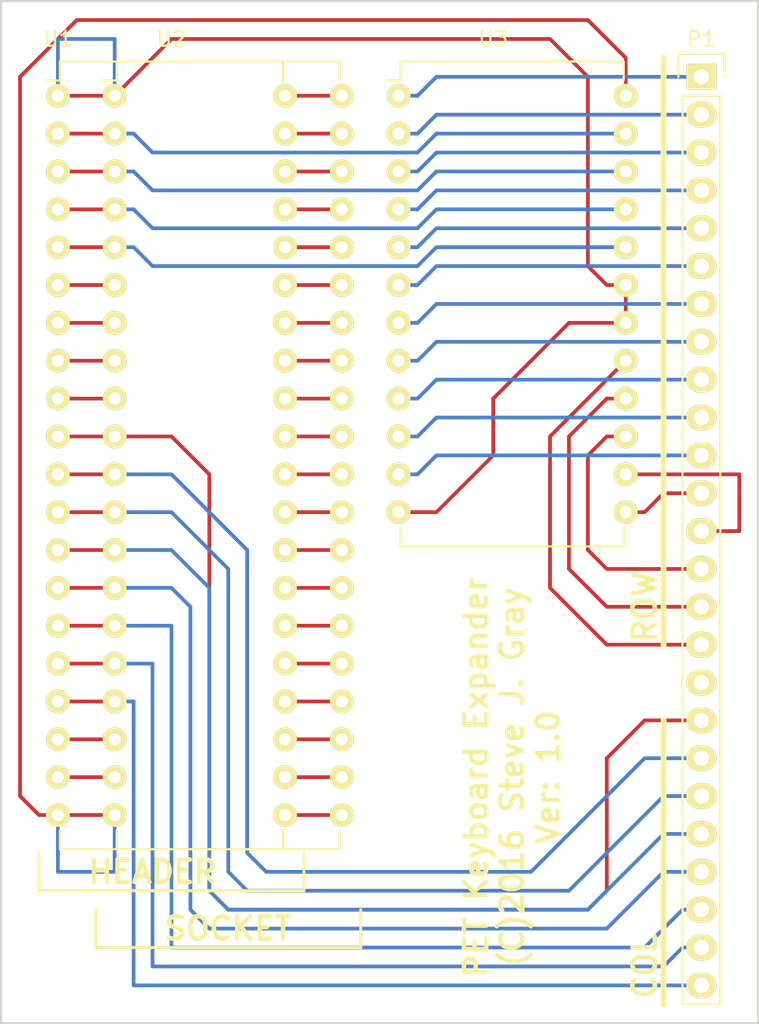
<source format=kicad_pcb>
(kicad_pcb (version 4) (host pcbnew 4.0.2-stable)

  (general
    (links 72)
    (no_connects 0)
    (area 58.344999 39.294999 109.295001 108.025001)
    (thickness 1.6)
    (drawings 18)
    (tracks 193)
    (zones 0)
    (modules 4)
    (nets 57)
  )

  (page A4)
  (layers
    (0 F.Cu signal)
    (31 B.Cu signal)
    (32 B.Adhes user hide)
    (33 F.Adhes user hide)
    (34 B.Paste user hide)
    (35 F.Paste user hide)
    (36 B.SilkS user hide)
    (37 F.SilkS user)
    (38 B.Mask user hide)
    (39 F.Mask user hide)
    (40 Dwgs.User user hide)
    (41 Cmts.User user hide)
    (42 Eco1.User user hide)
    (43 Eco2.User user hide)
    (44 Edge.Cuts user)
    (45 Margin user hide)
    (46 B.CrtYd user hide)
    (47 F.CrtYd user)
    (48 B.Fab user hide)
    (49 F.Fab user hide)
  )

  (setup
    (last_trace_width 0.25)
    (trace_clearance 0.2)
    (zone_clearance 0.508)
    (zone_45_only no)
    (trace_min 0.2)
    (segment_width 0.2)
    (edge_width 0.15)
    (via_size 0.6)
    (via_drill 0.4)
    (via_min_size 0.4)
    (via_min_drill 0.3)
    (uvia_size 0.3)
    (uvia_drill 0.1)
    (uvias_allowed no)
    (uvia_min_size 0.2)
    (uvia_min_drill 0.1)
    (pcb_text_width 0.3)
    (pcb_text_size 1.5 1.5)
    (mod_edge_width 0.15)
    (mod_text_size 1 1)
    (mod_text_width 0.15)
    (pad_size 1.524 1.524)
    (pad_drill 0.762)
    (pad_to_mask_clearance 0.2)
    (aux_axis_origin 0 0)
    (visible_elements FFFFFF7F)
    (pcbplotparams
      (layerselection 0x00030_80000001)
      (usegerberextensions false)
      (excludeedgelayer true)
      (linewidth 0.100000)
      (plotframeref false)
      (viasonmask false)
      (mode 1)
      (useauxorigin false)
      (hpglpennumber 1)
      (hpglpenspeed 20)
      (hpglpendiameter 15)
      (hpglpenoverlay 2)
      (psnegative false)
      (psa4output false)
      (plotreference true)
      (plotvalue true)
      (plotinvisibletext false)
      (padsonsilk false)
      (subtractmaskfromsilk false)
      (outputformat 1)
      (mirror false)
      (drillshape 1)
      (scaleselection 1)
      (outputdirectory ""))
  )

  (net 0 "")
  (net 1 "Net-(P1-Pad1)")
  (net 2 "Net-(P1-Pad2)")
  (net 3 "Net-(P1-Pad3)")
  (net 4 "Net-(P1-Pad4)")
  (net 5 "Net-(P1-Pad5)")
  (net 6 "Net-(P1-Pad6)")
  (net 7 "Net-(P1-Pad7)")
  (net 8 "Net-(P1-Pad8)")
  (net 9 "Net-(P1-Pad9)")
  (net 10 "Net-(P1-Pad10)")
  (net 11 "Net-(P1-Pad11)")
  (net 12 "Net-(P1-Pad12)")
  (net 13 "Net-(P1-Pad13)")
  (net 14 "Net-(P1-Pad14)")
  (net 15 "Net-(P1-Pad15)")
  (net 16 "Net-(P1-Pad16)")
  (net 17 "Net-(P1-Pad18)")
  (net 18 "Net-(P1-Pad19)")
  (net 19 "Net-(P1-Pad20)")
  (net 20 "Net-(P1-Pad21)")
  (net 21 "Net-(P1-Pad22)")
  (net 22 "Net-(P1-Pad23)")
  (net 23 "Net-(P1-Pad24)")
  (net 24 "Net-(P1-Pad25)")
  (net 25 GND)
  (net 26 "Net-(U1-Pad6)")
  (net 27 "Net-(U1-Pad7)")
  (net 28 "Net-(U1-Pad8)")
  (net 29 "Net-(U1-Pad9)")
  (net 30 "Net-(U1-Pad18)")
  (net 31 "Net-(U1-Pad19)")
  (net 32 VCC)
  (net 33 "Net-(U1-Pad21)")
  (net 34 "Net-(U1-Pad22)")
  (net 35 "Net-(U1-Pad23)")
  (net 36 "Net-(U1-Pad24)")
  (net 37 "Net-(U1-Pad25)")
  (net 38 "Net-(U1-Pad26)")
  (net 39 "Net-(U1-Pad27)")
  (net 40 "Net-(U1-Pad28)")
  (net 41 "Net-(U1-Pad29)")
  (net 42 "Net-(U1-Pad30)")
  (net 43 "Net-(U1-Pad31)")
  (net 44 "Net-(U1-Pad32)")
  (net 45 "Net-(U1-Pad33)")
  (net 46 "Net-(U1-Pad34)")
  (net 47 "Net-(U1-Pad35)")
  (net 48 "Net-(U1-Pad36)")
  (net 49 "Net-(U1-Pad37)")
  (net 50 "Net-(U1-Pad38)")
  (net 51 "Net-(U1-Pad39)")
  (net 52 "Net-(U1-Pad40)")
  (net 53 /PA0)
  (net 54 /PA1)
  (net 55 /PA2)
  (net 56 /PA3)

  (net_class Default "This is the default net class."
    (clearance 0.2)
    (trace_width 0.25)
    (via_dia 0.6)
    (via_drill 0.4)
    (uvia_dia 0.3)
    (uvia_drill 0.1)
    (add_net /PA0)
    (add_net /PA1)
    (add_net /PA2)
    (add_net /PA3)
    (add_net GND)
    (add_net "Net-(P1-Pad1)")
    (add_net "Net-(P1-Pad10)")
    (add_net "Net-(P1-Pad11)")
    (add_net "Net-(P1-Pad12)")
    (add_net "Net-(P1-Pad13)")
    (add_net "Net-(P1-Pad14)")
    (add_net "Net-(P1-Pad15)")
    (add_net "Net-(P1-Pad16)")
    (add_net "Net-(P1-Pad18)")
    (add_net "Net-(P1-Pad19)")
    (add_net "Net-(P1-Pad2)")
    (add_net "Net-(P1-Pad20)")
    (add_net "Net-(P1-Pad21)")
    (add_net "Net-(P1-Pad22)")
    (add_net "Net-(P1-Pad23)")
    (add_net "Net-(P1-Pad24)")
    (add_net "Net-(P1-Pad25)")
    (add_net "Net-(P1-Pad3)")
    (add_net "Net-(P1-Pad4)")
    (add_net "Net-(P1-Pad5)")
    (add_net "Net-(P1-Pad6)")
    (add_net "Net-(P1-Pad7)")
    (add_net "Net-(P1-Pad8)")
    (add_net "Net-(P1-Pad9)")
    (add_net "Net-(U1-Pad18)")
    (add_net "Net-(U1-Pad19)")
    (add_net "Net-(U1-Pad21)")
    (add_net "Net-(U1-Pad22)")
    (add_net "Net-(U1-Pad23)")
    (add_net "Net-(U1-Pad24)")
    (add_net "Net-(U1-Pad25)")
    (add_net "Net-(U1-Pad26)")
    (add_net "Net-(U1-Pad27)")
    (add_net "Net-(U1-Pad28)")
    (add_net "Net-(U1-Pad29)")
    (add_net "Net-(U1-Pad30)")
    (add_net "Net-(U1-Pad31)")
    (add_net "Net-(U1-Pad32)")
    (add_net "Net-(U1-Pad33)")
    (add_net "Net-(U1-Pad34)")
    (add_net "Net-(U1-Pad35)")
    (add_net "Net-(U1-Pad36)")
    (add_net "Net-(U1-Pad37)")
    (add_net "Net-(U1-Pad38)")
    (add_net "Net-(U1-Pad39)")
    (add_net "Net-(U1-Pad40)")
    (add_net "Net-(U1-Pad6)")
    (add_net "Net-(U1-Pad7)")
    (add_net "Net-(U1-Pad8)")
    (add_net "Net-(U1-Pad9)")
    (add_net VCC)
  )

  (module Housings_DIP:DIP-24_W15.24mm (layer F.Cu) (tedit 56D503F0) (tstamp 56D4EBE3)
    (at 85.09 45.72)
    (descr "24-lead dip package, row spacing 15.24 mm (600 mils)")
    (tags "dil dip 2.54 600")
    (path /56D4A088)
    (fp_text reference U3 (at 6.35 -3.81) (layer F.SilkS)
      (effects (font (size 1 1) (thickness 0.15)))
    )
    (fp_text value 74LS154 (at 0 -3.72) (layer F.Fab)
      (effects (font (size 1 1) (thickness 0.15)))
    )
    (fp_line (start -1.05 -2.45) (end -1.05 30.4) (layer F.CrtYd) (width 0.05))
    (fp_line (start 16.3 -2.45) (end 16.3 30.4) (layer F.CrtYd) (width 0.05))
    (fp_line (start -1.05 -2.45) (end 16.3 -2.45) (layer F.CrtYd) (width 0.05))
    (fp_line (start -1.05 30.4) (end 16.3 30.4) (layer F.CrtYd) (width 0.05))
    (fp_line (start 0.135 -2.295) (end 0.135 -1.025) (layer F.SilkS) (width 0.15))
    (fp_line (start 15.105 -2.295) (end 15.105 -1.025) (layer F.SilkS) (width 0.15))
    (fp_line (start 15.105 30.235) (end 15.105 28.965) (layer F.SilkS) (width 0.15))
    (fp_line (start 0.135 30.235) (end 0.135 28.965) (layer F.SilkS) (width 0.15))
    (fp_line (start 0.135 -2.295) (end 15.105 -2.295) (layer F.SilkS) (width 0.15))
    (fp_line (start 0.135 30.235) (end 15.105 30.235) (layer F.SilkS) (width 0.15))
    (fp_line (start 0.135 -1.025) (end -0.8 -1.025) (layer F.SilkS) (width 0.15))
    (pad 1 thru_hole oval (at 0 0) (size 1.6 1.6) (drill 0.8) (layers *.Cu *.Mask F.SilkS)
      (net 1 "Net-(P1-Pad1)"))
    (pad 2 thru_hole oval (at 0 2.54) (size 1.6 1.6) (drill 0.8) (layers *.Cu *.Mask F.SilkS)
      (net 2 "Net-(P1-Pad2)"))
    (pad 3 thru_hole oval (at 0 5.08) (size 1.6 1.6) (drill 0.8) (layers *.Cu *.Mask F.SilkS)
      (net 3 "Net-(P1-Pad3)"))
    (pad 4 thru_hole oval (at 0 7.62) (size 1.6 1.6) (drill 0.8) (layers *.Cu *.Mask F.SilkS)
      (net 4 "Net-(P1-Pad4)"))
    (pad 5 thru_hole oval (at 0 10.16) (size 1.6 1.6) (drill 0.8) (layers *.Cu *.Mask F.SilkS)
      (net 5 "Net-(P1-Pad5)"))
    (pad 6 thru_hole oval (at 0 12.7) (size 1.6 1.6) (drill 0.8) (layers *.Cu *.Mask F.SilkS)
      (net 6 "Net-(P1-Pad6)"))
    (pad 7 thru_hole oval (at 0 15.24) (size 1.6 1.6) (drill 0.8) (layers *.Cu *.Mask F.SilkS)
      (net 7 "Net-(P1-Pad7)"))
    (pad 8 thru_hole oval (at 0 17.78) (size 1.6 1.6) (drill 0.8) (layers *.Cu *.Mask F.SilkS)
      (net 8 "Net-(P1-Pad8)"))
    (pad 9 thru_hole oval (at 0 20.32) (size 1.6 1.6) (drill 0.8) (layers *.Cu *.Mask F.SilkS)
      (net 9 "Net-(P1-Pad9)"))
    (pad 10 thru_hole oval (at 0 22.86) (size 1.6 1.6) (drill 0.8) (layers *.Cu *.Mask F.SilkS)
      (net 10 "Net-(P1-Pad10)"))
    (pad 11 thru_hole oval (at 0 25.4) (size 1.6 1.6) (drill 0.8) (layers *.Cu *.Mask F.SilkS)
      (net 11 "Net-(P1-Pad11)"))
    (pad 12 thru_hole oval (at 0 27.94) (size 1.6 1.6) (drill 0.8) (layers *.Cu *.Mask F.SilkS)
      (net 25 GND))
    (pad 13 thru_hole oval (at 15.24 27.94) (size 1.6 1.6) (drill 0.8) (layers *.Cu *.Mask F.SilkS)
      (net 12 "Net-(P1-Pad12)"))
    (pad 14 thru_hole oval (at 15.24 25.4) (size 1.6 1.6) (drill 0.8) (layers *.Cu *.Mask F.SilkS)
      (net 13 "Net-(P1-Pad13)"))
    (pad 15 thru_hole oval (at 15.24 22.86) (size 1.6 1.6) (drill 0.8) (layers *.Cu *.Mask F.SilkS)
      (net 14 "Net-(P1-Pad14)"))
    (pad 16 thru_hole oval (at 15.24 20.32) (size 1.6 1.6) (drill 0.8) (layers *.Cu *.Mask F.SilkS)
      (net 15 "Net-(P1-Pad15)"))
    (pad 17 thru_hole oval (at 15.24 17.78) (size 1.6 1.6) (drill 0.8) (layers *.Cu *.Mask F.SilkS)
      (net 16 "Net-(P1-Pad16)"))
    (pad 18 thru_hole oval (at 15.24 15.24) (size 1.6 1.6) (drill 0.8) (layers *.Cu *.Mask F.SilkS)
      (net 25 GND))
    (pad 19 thru_hole oval (at 15.24 12.7) (size 1.6 1.6) (drill 0.8) (layers *.Cu *.Mask F.SilkS)
      (net 25 GND))
    (pad 20 thru_hole oval (at 15.24 10.16) (size 1.6 1.6) (drill 0.8) (layers *.Cu *.Mask F.SilkS)
      (net 56 /PA3))
    (pad 21 thru_hole oval (at 15.24 7.62) (size 1.6 1.6) (drill 0.8) (layers *.Cu *.Mask F.SilkS)
      (net 55 /PA2))
    (pad 22 thru_hole oval (at 15.24 5.08) (size 1.6 1.6) (drill 0.8) (layers *.Cu *.Mask F.SilkS)
      (net 54 /PA1))
    (pad 23 thru_hole oval (at 15.24 2.54) (size 1.6 1.6) (drill 0.8) (layers *.Cu *.Mask F.SilkS)
      (net 53 /PA0))
    (pad 24 thru_hole oval (at 15.24 0) (size 1.6 1.6) (drill 0.8) (layers *.Cu *.Mask F.SilkS)
      (net 32 VCC))
    (model Housings_DIP.3dshapes/DIP-24_W15.24mm.wrl
      (at (xyz 0 0 0))
      (scale (xyz 1 1 1))
      (rotate (xyz 0 0 0))
    )
  )

  (module Pin_Headers:Pin_Header_Straight_1x25 (layer F.Cu) (tedit 56D504F9) (tstamp 56D4EB6F)
    (at 105.41 44.45)
    (descr "Through hole pin header")
    (tags "pin header")
    (path /56D49B7A)
    (fp_text reference P1 (at 0 -2.54) (layer F.SilkS)
      (effects (font (size 1 1) (thickness 0.15)))
    )
    (fp_text value CONN_01X25 (at 0 -3.1) (layer F.Fab)
      (effects (font (size 1 1) (thickness 0.15)))
    )
    (fp_line (start -1.75 -1.75) (end -1.75 62.75) (layer F.CrtYd) (width 0.05))
    (fp_line (start 1.75 -1.75) (end 1.75 62.75) (layer F.CrtYd) (width 0.05))
    (fp_line (start -1.75 -1.75) (end 1.75 -1.75) (layer F.CrtYd) (width 0.05))
    (fp_line (start -1.75 62.75) (end 1.75 62.75) (layer F.CrtYd) (width 0.05))
    (fp_line (start -1.27 1.27) (end -1.27 62.23) (layer F.SilkS) (width 0.15))
    (fp_line (start -1.27 62.23) (end 1.27 62.23) (layer F.SilkS) (width 0.15))
    (fp_line (start 1.27 62.23) (end 1.27 1.27) (layer F.SilkS) (width 0.15))
    (fp_line (start 1.55 -1.55) (end 1.55 0) (layer F.SilkS) (width 0.15))
    (fp_line (start 1.27 1.27) (end -1.27 1.27) (layer F.SilkS) (width 0.15))
    (fp_line (start -1.55 0) (end -1.55 -1.55) (layer F.SilkS) (width 0.15))
    (fp_line (start -1.55 -1.55) (end 1.55 -1.55) (layer F.SilkS) (width 0.15))
    (pad 1 thru_hole rect (at 0 0) (size 2.032 1.7272) (drill 1.016) (layers *.Cu *.Mask F.SilkS)
      (net 1 "Net-(P1-Pad1)"))
    (pad 2 thru_hole oval (at 0 2.54) (size 2.032 1.7272) (drill 1.016) (layers *.Cu *.Mask F.SilkS)
      (net 2 "Net-(P1-Pad2)"))
    (pad 3 thru_hole oval (at 0 5.08) (size 2.032 1.7272) (drill 1.016) (layers *.Cu *.Mask F.SilkS)
      (net 3 "Net-(P1-Pad3)"))
    (pad 4 thru_hole oval (at 0 7.62) (size 2.032 1.7272) (drill 1.016) (layers *.Cu *.Mask F.SilkS)
      (net 4 "Net-(P1-Pad4)"))
    (pad 5 thru_hole oval (at 0 10.16) (size 2.032 1.7272) (drill 1.016) (layers *.Cu *.Mask F.SilkS)
      (net 5 "Net-(P1-Pad5)"))
    (pad 6 thru_hole oval (at 0 12.7) (size 2.032 1.7272) (drill 1.016) (layers *.Cu *.Mask F.SilkS)
      (net 6 "Net-(P1-Pad6)"))
    (pad 7 thru_hole oval (at 0 15.24) (size 2.032 1.7272) (drill 1.016) (layers *.Cu *.Mask F.SilkS)
      (net 7 "Net-(P1-Pad7)"))
    (pad 8 thru_hole oval (at 0 17.78) (size 2.032 1.7272) (drill 1.016) (layers *.Cu *.Mask F.SilkS)
      (net 8 "Net-(P1-Pad8)"))
    (pad 9 thru_hole oval (at 0 20.32) (size 2.032 1.7272) (drill 1.016) (layers *.Cu *.Mask F.SilkS)
      (net 9 "Net-(P1-Pad9)"))
    (pad 10 thru_hole oval (at 0 22.86) (size 2.032 1.7272) (drill 1.016) (layers *.Cu *.Mask F.SilkS)
      (net 10 "Net-(P1-Pad10)"))
    (pad 11 thru_hole oval (at 0 25.4) (size 2.032 1.7272) (drill 1.016) (layers *.Cu *.Mask F.SilkS)
      (net 11 "Net-(P1-Pad11)"))
    (pad 12 thru_hole oval (at 0 27.94) (size 2.032 1.7272) (drill 1.016) (layers *.Cu *.Mask F.SilkS)
      (net 12 "Net-(P1-Pad12)"))
    (pad 13 thru_hole oval (at 0 30.48) (size 2.032 1.7272) (drill 1.016) (layers *.Cu *.Mask F.SilkS)
      (net 13 "Net-(P1-Pad13)"))
    (pad 14 thru_hole oval (at 0 33.02) (size 2.032 1.7272) (drill 1.016) (layers *.Cu *.Mask F.SilkS)
      (net 14 "Net-(P1-Pad14)"))
    (pad 15 thru_hole oval (at 0 35.56) (size 2.032 1.7272) (drill 1.016) (layers *.Cu *.Mask F.SilkS)
      (net 15 "Net-(P1-Pad15)"))
    (pad 16 thru_hole oval (at 0 38.1) (size 2.032 1.7272) (drill 1.016) (layers *.Cu *.Mask F.SilkS)
      (net 16 "Net-(P1-Pad16)"))
    (pad 17 thru_hole oval (at 0 40.64) (size 2.032 1.7272) (drill 1.016) (layers *.Cu *.Mask F.SilkS))
    (pad 18 thru_hole oval (at 0 43.18) (size 2.032 1.7272) (drill 1.016) (layers *.Cu *.Mask F.SilkS)
      (net 17 "Net-(P1-Pad18)"))
    (pad 19 thru_hole oval (at 0 45.72) (size 2.032 1.7272) (drill 1.016) (layers *.Cu *.Mask F.SilkS)
      (net 18 "Net-(P1-Pad19)"))
    (pad 20 thru_hole oval (at 0 48.26) (size 2.032 1.7272) (drill 1.016) (layers *.Cu *.Mask F.SilkS)
      (net 19 "Net-(P1-Pad20)"))
    (pad 21 thru_hole oval (at 0 50.8) (size 2.032 1.7272) (drill 1.016) (layers *.Cu *.Mask F.SilkS)
      (net 20 "Net-(P1-Pad21)"))
    (pad 22 thru_hole oval (at 0 53.34) (size 2.032 1.7272) (drill 1.016) (layers *.Cu *.Mask F.SilkS)
      (net 21 "Net-(P1-Pad22)"))
    (pad 23 thru_hole oval (at 0 55.88) (size 2.032 1.7272) (drill 1.016) (layers *.Cu *.Mask F.SilkS)
      (net 22 "Net-(P1-Pad23)"))
    (pad 24 thru_hole oval (at 0 58.42) (size 2.032 1.7272) (drill 1.016) (layers *.Cu *.Mask F.SilkS)
      (net 23 "Net-(P1-Pad24)"))
    (pad 25 thru_hole oval (at 0 60.96) (size 2.032 1.7272) (drill 1.016) (layers *.Cu *.Mask F.SilkS)
      (net 24 "Net-(P1-Pad25)"))
    (model Pin_Headers.3dshapes/Pin_Header_Straight_1x25.wrl
      (at (xyz 0 -1.2 0))
      (scale (xyz 1 1 1))
      (rotate (xyz 0 0 90))
    )
  )

  (module Housings_DIP:DIP-40_W15.24mm (layer F.Cu) (tedit 56D51AF6) (tstamp 56D4EB9B)
    (at 62.23 45.72)
    (descr "40-lead dip package, row spacing 15.24 mm (600 mils)")
    (tags "dil dip 2.54 600")
    (path /56D47F0D)
    (fp_text reference U1 (at 0 -3.81) (layer F.SilkS)
      (effects (font (size 1 1) (thickness 0.15)))
    )
    (fp_text value 6821 (at 0 -3.72) (layer F.Fab)
      (effects (font (size 1 1) (thickness 0.15)))
    )
    (fp_line (start -1.05 -2.45) (end -1.05 50.75) (layer F.CrtYd) (width 0.05))
    (fp_line (start 16.3 -2.45) (end 16.3 50.75) (layer F.CrtYd) (width 0.05))
    (fp_line (start -1.05 -2.45) (end 16.3 -2.45) (layer F.CrtYd) (width 0.05))
    (fp_line (start -1.05 50.75) (end 16.3 50.75) (layer F.CrtYd) (width 0.05))
    (fp_line (start 0.135 -2.295) (end 0.135 -1.025) (layer F.SilkS) (width 0.15))
    (fp_line (start 15.105 -2.295) (end 15.105 -1.025) (layer F.SilkS) (width 0.15))
    (fp_line (start 15.105 50.555) (end 15.105 49.285) (layer F.SilkS) (width 0.15))
    (fp_line (start 0.135 50.555) (end 0.135 49.285) (layer F.SilkS) (width 0.15))
    (fp_line (start 0.135 -2.295) (end 15.105 -2.295) (layer F.SilkS) (width 0.15))
    (fp_line (start 0.135 50.555) (end 15.105 50.555) (layer F.SilkS) (width 0.15))
    (fp_line (start 0.135 -1.025) (end -0.8 -1.025) (layer F.SilkS) (width 0.15))
    (pad 1 thru_hole oval (at 0 0) (size 1.6 1.6) (drill 0.8) (layers *.Cu *.Mask F.SilkS)
      (net 25 GND))
    (pad 2 thru_hole oval (at 0 2.54) (size 1.6 1.6) (drill 0.8) (layers *.Cu *.Mask F.SilkS)
      (net 53 /PA0))
    (pad 3 thru_hole oval (at 0 5.08) (size 1.6 1.6) (drill 0.8) (layers *.Cu *.Mask F.SilkS)
      (net 54 /PA1))
    (pad 4 thru_hole oval (at 0 7.62) (size 1.6 1.6) (drill 0.8) (layers *.Cu *.Mask F.SilkS)
      (net 55 /PA2))
    (pad 5 thru_hole oval (at 0 10.16) (size 1.6 1.6) (drill 0.8) (layers *.Cu *.Mask F.SilkS)
      (net 56 /PA3))
    (pad 6 thru_hole oval (at 0 12.7) (size 1.6 1.6) (drill 0.8) (layers *.Cu *.Mask F.SilkS)
      (net 26 "Net-(U1-Pad6)"))
    (pad 7 thru_hole oval (at 0 15.24) (size 1.6 1.6) (drill 0.8) (layers *.Cu *.Mask F.SilkS)
      (net 27 "Net-(U1-Pad7)"))
    (pad 8 thru_hole oval (at 0 17.78) (size 1.6 1.6) (drill 0.8) (layers *.Cu *.Mask F.SilkS)
      (net 28 "Net-(U1-Pad8)"))
    (pad 9 thru_hole oval (at 0 20.32) (size 1.6 1.6) (drill 0.8) (layers *.Cu *.Mask F.SilkS)
      (net 29 "Net-(U1-Pad9)"))
    (pad 10 thru_hole oval (at 0 22.86) (size 1.6 1.6) (drill 0.8) (layers *.Cu *.Mask F.SilkS)
      (net 17 "Net-(P1-Pad18)"))
    (pad 11 thru_hole oval (at 0 25.4) (size 1.6 1.6) (drill 0.8) (layers *.Cu *.Mask F.SilkS)
      (net 18 "Net-(P1-Pad19)"))
    (pad 12 thru_hole oval (at 0 27.94) (size 1.6 1.6) (drill 0.8) (layers *.Cu *.Mask F.SilkS)
      (net 19 "Net-(P1-Pad20)"))
    (pad 13 thru_hole oval (at 0 30.48) (size 1.6 1.6) (drill 0.8) (layers *.Cu *.Mask F.SilkS)
      (net 20 "Net-(P1-Pad21)"))
    (pad 14 thru_hole oval (at 0 33.02) (size 1.6 1.6) (drill 0.8) (layers *.Cu *.Mask F.SilkS)
      (net 21 "Net-(P1-Pad22)"))
    (pad 15 thru_hole oval (at 0 35.56) (size 1.6 1.6) (drill 0.8) (layers *.Cu *.Mask F.SilkS)
      (net 22 "Net-(P1-Pad23)"))
    (pad 16 thru_hole oval (at 0 38.1) (size 1.6 1.6) (drill 0.8) (layers *.Cu *.Mask F.SilkS)
      (net 23 "Net-(P1-Pad24)"))
    (pad 17 thru_hole oval (at 0 40.64) (size 1.6 1.6) (drill 0.8) (layers *.Cu *.Mask F.SilkS)
      (net 24 "Net-(P1-Pad25)"))
    (pad 18 thru_hole oval (at 0 43.18) (size 1.6 1.6) (drill 0.8) (layers *.Cu *.Mask F.SilkS)
      (net 30 "Net-(U1-Pad18)"))
    (pad 19 thru_hole oval (at 0 45.72) (size 1.6 1.6) (drill 0.8) (layers *.Cu *.Mask F.SilkS)
      (net 31 "Net-(U1-Pad19)"))
    (pad 20 thru_hole oval (at 0 48.26) (size 1.6 1.6) (drill 0.8) (layers *.Cu *.Mask F.SilkS)
      (net 32 VCC))
    (pad 21 thru_hole oval (at 15.24 48.26) (size 1.6 1.6) (drill 0.8) (layers *.Cu *.Mask F.SilkS)
      (net 33 "Net-(U1-Pad21)"))
    (pad 22 thru_hole oval (at 15.24 45.72) (size 1.6 1.6) (drill 0.8) (layers *.Cu *.Mask F.SilkS)
      (net 34 "Net-(U1-Pad22)"))
    (pad 23 thru_hole oval (at 15.24 43.18) (size 1.6 1.6) (drill 0.8) (layers *.Cu *.Mask F.SilkS)
      (net 35 "Net-(U1-Pad23)"))
    (pad 24 thru_hole oval (at 15.24 40.64) (size 1.6 1.6) (drill 0.8) (layers *.Cu *.Mask F.SilkS)
      (net 36 "Net-(U1-Pad24)"))
    (pad 25 thru_hole oval (at 15.24 38.1) (size 1.6 1.6) (drill 0.8) (layers *.Cu *.Mask F.SilkS)
      (net 37 "Net-(U1-Pad25)"))
    (pad 26 thru_hole oval (at 15.24 35.56) (size 1.6 1.6) (drill 0.8) (layers *.Cu *.Mask F.SilkS)
      (net 38 "Net-(U1-Pad26)"))
    (pad 27 thru_hole oval (at 15.24 33.02) (size 1.6 1.6) (drill 0.8) (layers *.Cu *.Mask F.SilkS)
      (net 39 "Net-(U1-Pad27)"))
    (pad 28 thru_hole oval (at 15.24 30.48) (size 1.6 1.6) (drill 0.8) (layers *.Cu *.Mask F.SilkS)
      (net 40 "Net-(U1-Pad28)"))
    (pad 29 thru_hole oval (at 15.24 27.94) (size 1.6 1.6) (drill 0.8) (layers *.Cu *.Mask F.SilkS)
      (net 41 "Net-(U1-Pad29)"))
    (pad 30 thru_hole oval (at 15.24 25.4) (size 1.6 1.6) (drill 0.8) (layers *.Cu *.Mask F.SilkS)
      (net 42 "Net-(U1-Pad30)"))
    (pad 31 thru_hole oval (at 15.24 22.86) (size 1.6 1.6) (drill 0.8) (layers *.Cu *.Mask F.SilkS)
      (net 43 "Net-(U1-Pad31)"))
    (pad 32 thru_hole oval (at 15.24 20.32) (size 1.6 1.6) (drill 0.8) (layers *.Cu *.Mask F.SilkS)
      (net 44 "Net-(U1-Pad32)"))
    (pad 33 thru_hole oval (at 15.24 17.78) (size 1.6 1.6) (drill 0.8) (layers *.Cu *.Mask F.SilkS)
      (net 45 "Net-(U1-Pad33)"))
    (pad 34 thru_hole oval (at 15.24 15.24) (size 1.6 1.6) (drill 0.8) (layers *.Cu *.Mask F.SilkS)
      (net 46 "Net-(U1-Pad34)"))
    (pad 35 thru_hole oval (at 15.24 12.7) (size 1.6 1.6) (drill 0.8) (layers *.Cu *.Mask F.SilkS)
      (net 47 "Net-(U1-Pad35)"))
    (pad 36 thru_hole oval (at 15.24 10.16) (size 1.6 1.6) (drill 0.8) (layers *.Cu *.Mask F.SilkS)
      (net 48 "Net-(U1-Pad36)"))
    (pad 37 thru_hole oval (at 15.24 7.62) (size 1.6 1.6) (drill 0.8) (layers *.Cu *.Mask F.SilkS)
      (net 49 "Net-(U1-Pad37)"))
    (pad 38 thru_hole oval (at 15.24 5.08) (size 1.6 1.6) (drill 0.8) (layers *.Cu *.Mask F.SilkS)
      (net 50 "Net-(U1-Pad38)"))
    (pad 39 thru_hole oval (at 15.24 2.54) (size 1.6 1.6) (drill 0.8) (layers *.Cu *.Mask F.SilkS)
      (net 51 "Net-(U1-Pad39)"))
    (pad 40 thru_hole oval (at 15.24 0) (size 1.6 1.6) (drill 0.8) (layers *.Cu *.Mask F.SilkS)
      (net 52 "Net-(U1-Pad40)"))
    (model Housings_DIP.3dshapes/DIP-40_W15.24mm.wrl
      (at (xyz 0 0 0))
      (scale (xyz 1 1 1))
      (rotate (xyz 0 0 0))
    )
  )

  (module Housings_DIP:DIP-40_W15.24mm (layer F.Cu) (tedit 56D50400) (tstamp 56D4EBC7)
    (at 66.04 45.72)
    (descr "40-lead dip package, row spacing 15.24 mm (600 mils)")
    (tags "dil dip 2.54 600")
    (path /56D4855E)
    (fp_text reference U2 (at 3.81 -3.81) (layer F.SilkS)
      (effects (font (size 1 1) (thickness 0.15)))
    )
    (fp_text value 6821 (at 0 -3.72) (layer F.Fab)
      (effects (font (size 1 1) (thickness 0.15)))
    )
    (fp_line (start -1.05 -2.45) (end -1.05 50.75) (layer F.CrtYd) (width 0.05))
    (fp_line (start 16.3 -2.45) (end 16.3 50.75) (layer F.CrtYd) (width 0.05))
    (fp_line (start -1.05 -2.45) (end 16.3 -2.45) (layer F.CrtYd) (width 0.05))
    (fp_line (start -1.05 50.75) (end 16.3 50.75) (layer F.CrtYd) (width 0.05))
    (fp_line (start 0.135 -2.295) (end 0.135 -1.025) (layer F.SilkS) (width 0.15))
    (fp_line (start 15.105 -2.295) (end 15.105 -1.025) (layer F.SilkS) (width 0.15))
    (fp_line (start 15.105 50.555) (end 15.105 49.285) (layer F.SilkS) (width 0.15))
    (fp_line (start 0.135 50.555) (end 0.135 49.285) (layer F.SilkS) (width 0.15))
    (fp_line (start 0.135 -2.295) (end 15.105 -2.295) (layer F.SilkS) (width 0.15))
    (fp_line (start 0.135 50.555) (end 15.105 50.555) (layer F.SilkS) (width 0.15))
    (fp_line (start 0.135 -1.025) (end -0.8 -1.025) (layer F.SilkS) (width 0.15))
    (pad 1 thru_hole oval (at 0 0) (size 1.6 1.6) (drill 0.8) (layers *.Cu *.Mask F.SilkS)
      (net 25 GND))
    (pad 2 thru_hole oval (at 0 2.54) (size 1.6 1.6) (drill 0.8) (layers *.Cu *.Mask F.SilkS)
      (net 53 /PA0))
    (pad 3 thru_hole oval (at 0 5.08) (size 1.6 1.6) (drill 0.8) (layers *.Cu *.Mask F.SilkS)
      (net 54 /PA1))
    (pad 4 thru_hole oval (at 0 7.62) (size 1.6 1.6) (drill 0.8) (layers *.Cu *.Mask F.SilkS)
      (net 55 /PA2))
    (pad 5 thru_hole oval (at 0 10.16) (size 1.6 1.6) (drill 0.8) (layers *.Cu *.Mask F.SilkS)
      (net 56 /PA3))
    (pad 6 thru_hole oval (at 0 12.7) (size 1.6 1.6) (drill 0.8) (layers *.Cu *.Mask F.SilkS)
      (net 26 "Net-(U1-Pad6)"))
    (pad 7 thru_hole oval (at 0 15.24) (size 1.6 1.6) (drill 0.8) (layers *.Cu *.Mask F.SilkS)
      (net 27 "Net-(U1-Pad7)"))
    (pad 8 thru_hole oval (at 0 17.78) (size 1.6 1.6) (drill 0.8) (layers *.Cu *.Mask F.SilkS)
      (net 28 "Net-(U1-Pad8)"))
    (pad 9 thru_hole oval (at 0 20.32) (size 1.6 1.6) (drill 0.8) (layers *.Cu *.Mask F.SilkS)
      (net 29 "Net-(U1-Pad9)"))
    (pad 10 thru_hole oval (at 0 22.86) (size 1.6 1.6) (drill 0.8) (layers *.Cu *.Mask F.SilkS)
      (net 17 "Net-(P1-Pad18)"))
    (pad 11 thru_hole oval (at 0 25.4) (size 1.6 1.6) (drill 0.8) (layers *.Cu *.Mask F.SilkS)
      (net 18 "Net-(P1-Pad19)"))
    (pad 12 thru_hole oval (at 0 27.94) (size 1.6 1.6) (drill 0.8) (layers *.Cu *.Mask F.SilkS)
      (net 19 "Net-(P1-Pad20)"))
    (pad 13 thru_hole oval (at 0 30.48) (size 1.6 1.6) (drill 0.8) (layers *.Cu *.Mask F.SilkS)
      (net 20 "Net-(P1-Pad21)"))
    (pad 14 thru_hole oval (at 0 33.02) (size 1.6 1.6) (drill 0.8) (layers *.Cu *.Mask F.SilkS)
      (net 21 "Net-(P1-Pad22)"))
    (pad 15 thru_hole oval (at 0 35.56) (size 1.6 1.6) (drill 0.8) (layers *.Cu *.Mask F.SilkS)
      (net 22 "Net-(P1-Pad23)"))
    (pad 16 thru_hole oval (at 0 38.1) (size 1.6 1.6) (drill 0.8) (layers *.Cu *.Mask F.SilkS)
      (net 23 "Net-(P1-Pad24)"))
    (pad 17 thru_hole oval (at 0 40.64) (size 1.6 1.6) (drill 0.8) (layers *.Cu *.Mask F.SilkS)
      (net 24 "Net-(P1-Pad25)"))
    (pad 18 thru_hole oval (at 0 43.18) (size 1.6 1.6) (drill 0.8) (layers *.Cu *.Mask F.SilkS)
      (net 30 "Net-(U1-Pad18)"))
    (pad 19 thru_hole oval (at 0 45.72) (size 1.6 1.6) (drill 0.8) (layers *.Cu *.Mask F.SilkS)
      (net 31 "Net-(U1-Pad19)"))
    (pad 20 thru_hole oval (at 0 48.26) (size 1.6 1.6) (drill 0.8) (layers *.Cu *.Mask F.SilkS)
      (net 32 VCC))
    (pad 21 thru_hole oval (at 15.24 48.26) (size 1.6 1.6) (drill 0.8) (layers *.Cu *.Mask F.SilkS)
      (net 33 "Net-(U1-Pad21)"))
    (pad 22 thru_hole oval (at 15.24 45.72) (size 1.6 1.6) (drill 0.8) (layers *.Cu *.Mask F.SilkS)
      (net 34 "Net-(U1-Pad22)"))
    (pad 23 thru_hole oval (at 15.24 43.18) (size 1.6 1.6) (drill 0.8) (layers *.Cu *.Mask F.SilkS)
      (net 35 "Net-(U1-Pad23)"))
    (pad 24 thru_hole oval (at 15.24 40.64) (size 1.6 1.6) (drill 0.8) (layers *.Cu *.Mask F.SilkS)
      (net 36 "Net-(U1-Pad24)"))
    (pad 25 thru_hole oval (at 15.24 38.1) (size 1.6 1.6) (drill 0.8) (layers *.Cu *.Mask F.SilkS)
      (net 37 "Net-(U1-Pad25)"))
    (pad 26 thru_hole oval (at 15.24 35.56) (size 1.6 1.6) (drill 0.8) (layers *.Cu *.Mask F.SilkS)
      (net 38 "Net-(U1-Pad26)"))
    (pad 27 thru_hole oval (at 15.24 33.02) (size 1.6 1.6) (drill 0.8) (layers *.Cu *.Mask F.SilkS)
      (net 39 "Net-(U1-Pad27)"))
    (pad 28 thru_hole oval (at 15.24 30.48) (size 1.6 1.6) (drill 0.8) (layers *.Cu *.Mask F.SilkS)
      (net 40 "Net-(U1-Pad28)"))
    (pad 29 thru_hole oval (at 15.24 27.94) (size 1.6 1.6) (drill 0.8) (layers *.Cu *.Mask F.SilkS)
      (net 41 "Net-(U1-Pad29)"))
    (pad 30 thru_hole oval (at 15.24 25.4) (size 1.6 1.6) (drill 0.8) (layers *.Cu *.Mask F.SilkS)
      (net 42 "Net-(U1-Pad30)"))
    (pad 31 thru_hole oval (at 15.24 22.86) (size 1.6 1.6) (drill 0.8) (layers *.Cu *.Mask F.SilkS)
      (net 43 "Net-(U1-Pad31)"))
    (pad 32 thru_hole oval (at 15.24 20.32) (size 1.6 1.6) (drill 0.8) (layers *.Cu *.Mask F.SilkS)
      (net 44 "Net-(U1-Pad32)"))
    (pad 33 thru_hole oval (at 15.24 17.78) (size 1.6 1.6) (drill 0.8) (layers *.Cu *.Mask F.SilkS)
      (net 45 "Net-(U1-Pad33)"))
    (pad 34 thru_hole oval (at 15.24 15.24) (size 1.6 1.6) (drill 0.8) (layers *.Cu *.Mask F.SilkS)
      (net 46 "Net-(U1-Pad34)"))
    (pad 35 thru_hole oval (at 15.24 12.7) (size 1.6 1.6) (drill 0.8) (layers *.Cu *.Mask F.SilkS)
      (net 47 "Net-(U1-Pad35)"))
    (pad 36 thru_hole oval (at 15.24 10.16) (size 1.6 1.6) (drill 0.8) (layers *.Cu *.Mask F.SilkS)
      (net 48 "Net-(U1-Pad36)"))
    (pad 37 thru_hole oval (at 15.24 7.62) (size 1.6 1.6) (drill 0.8) (layers *.Cu *.Mask F.SilkS)
      (net 49 "Net-(U1-Pad37)"))
    (pad 38 thru_hole oval (at 15.24 5.08) (size 1.6 1.6) (drill 0.8) (layers *.Cu *.Mask F.SilkS)
      (net 50 "Net-(U1-Pad38)"))
    (pad 39 thru_hole oval (at 15.24 2.54) (size 1.6 1.6) (drill 0.8) (layers *.Cu *.Mask F.SilkS)
      (net 51 "Net-(U1-Pad39)"))
    (pad 40 thru_hole oval (at 15.24 0) (size 1.6 1.6) (drill 0.8) (layers *.Cu *.Mask F.SilkS)
      (net 52 "Net-(U1-Pad40)"))
    (model Housings_DIP.3dshapes/DIP-40_W15.24mm.wrl
      (at (xyz 0 0 0))
      (scale (xyz 1 1 1))
      (rotate (xyz 0 0 0))
    )
  )

  (gr_text SOCKET (at 73.66 101.6) (layer F.SilkS)
    (effects (font (size 1.5 1.5) (thickness 0.3)))
  )
  (gr_line (start 82.55 102.87) (end 82.55 100.33) (angle 90) (layer F.SilkS) (width 0.2))
  (gr_line (start 64.77 102.87) (end 82.55 102.87) (angle 90) (layer F.SilkS) (width 0.2))
  (gr_line (start 64.77 100.33) (end 64.77 102.87) (angle 90) (layer F.SilkS) (width 0.2))
  (gr_text HEADER (at 68.58 97.79) (layer F.SilkS)
    (effects (font (size 1.5 1.5) (thickness 0.3)))
  )
  (gr_line (start 78.74 99.06) (end 78.74 96.52) (angle 90) (layer F.SilkS) (width 0.2))
  (gr_line (start 60.96 99.06) (end 78.74 99.06) (angle 90) (layer F.SilkS) (width 0.2))
  (gr_line (start 60.96 99.06) (end 60.96 96.52) (angle 90) (layer F.SilkS) (width 0.2))
  (gr_line (start 60.96 99.06) (end 78.74 99.06) (angle 90) (layer F.SilkS) (width 0.2))
  (gr_text COL (at 101.6 104.14 90) (layer F.SilkS)
    (effects (font (size 1.5 1.5) (thickness 0.3)))
  )
  (gr_text ROW (at 101.6 80.01 90) (layer F.SilkS)
    (effects (font (size 1.5 1.5) (thickness 0.3)))
  )
  (gr_line (start 102.87 82.55) (end 102.87 43.18) (angle 90) (layer F.SilkS) (width 0.4))
  (gr_line (start 102.87 106.68) (end 102.87 87.63) (angle 90) (layer F.SilkS) (width 0.4))
  (gr_line (start 109.22 107.95) (end 58.42 107.95) (angle 90) (layer Edge.Cuts) (width 0.15))
  (gr_line (start 109.22 39.37) (end 109.22 107.95) (angle 90) (layer Edge.Cuts) (width 0.15))
  (gr_line (start 58.42 39.37) (end 109.22 39.37) (angle 90) (layer Edge.Cuts) (width 0.15))
  (gr_line (start 58.42 107.95) (end 58.42 39.37) (angle 90) (layer Edge.Cuts) (width 0.15))
  (gr_text "PET Keyboard Expander\n(C)2016 Steve J. Gray\nVer: 1.0" (at 92.71 91.44 90) (layer F.SilkS)
    (effects (font (size 1.5 1.5) (thickness 0.3)))
  )

  (segment (start 85.09 45.72) (end 86.36 45.72) (width 0.25) (layer B.Cu) (net 1))
  (segment (start 87.63 44.45) (end 105.41 44.45) (width 0.25) (layer B.Cu) (net 1) (tstamp 56D4F65E))
  (segment (start 86.36 45.72) (end 87.63 44.45) (width 0.25) (layer B.Cu) (net 1) (tstamp 56D4F65A))
  (segment (start 85.09 48.26) (end 86.36 48.26) (width 0.25) (layer B.Cu) (net 2))
  (segment (start 87.63 46.99) (end 105.41 46.99) (width 0.25) (layer B.Cu) (net 2) (tstamp 56D4F669))
  (segment (start 86.36 48.26) (end 87.63 46.99) (width 0.25) (layer B.Cu) (net 2) (tstamp 56D4F668))
  (segment (start 85.09 50.8) (end 86.36 50.8) (width 0.25) (layer B.Cu) (net 3))
  (segment (start 87.63 49.53) (end 105.41 49.53) (width 0.25) (layer B.Cu) (net 3) (tstamp 56D4F671))
  (segment (start 86.36 50.8) (end 87.63 49.53) (width 0.25) (layer B.Cu) (net 3) (tstamp 56D4F670))
  (segment (start 85.09 53.34) (end 86.36 53.34) (width 0.25) (layer B.Cu) (net 4))
  (segment (start 87.63 52.07) (end 105.41 52.07) (width 0.25) (layer B.Cu) (net 4) (tstamp 56D4F675))
  (segment (start 86.36 53.34) (end 87.63 52.07) (width 0.25) (layer B.Cu) (net 4) (tstamp 56D4F674))
  (segment (start 85.09 55.88) (end 86.36 55.88) (width 0.25) (layer B.Cu) (net 5))
  (segment (start 87.63 54.61) (end 105.41 54.61) (width 0.25) (layer B.Cu) (net 5) (tstamp 56D4F67A))
  (segment (start 86.36 55.88) (end 87.63 54.61) (width 0.25) (layer B.Cu) (net 5) (tstamp 56D4F679))
  (segment (start 85.09 58.42) (end 86.36 58.42) (width 0.25) (layer B.Cu) (net 6))
  (segment (start 87.63 57.15) (end 105.41 57.15) (width 0.25) (layer B.Cu) (net 6) (tstamp 56D4F67F))
  (segment (start 86.36 58.42) (end 87.63 57.15) (width 0.25) (layer B.Cu) (net 6) (tstamp 56D4F67E))
  (segment (start 85.09 60.96) (end 86.36 60.96) (width 0.25) (layer B.Cu) (net 7))
  (segment (start 87.63 59.69) (end 105.41 59.69) (width 0.25) (layer B.Cu) (net 7) (tstamp 56D4F687))
  (segment (start 86.36 60.96) (end 87.63 59.69) (width 0.25) (layer B.Cu) (net 7) (tstamp 56D4F686))
  (segment (start 85.09 63.5) (end 86.36 63.5) (width 0.25) (layer B.Cu) (net 8))
  (segment (start 87.63 62.23) (end 105.41 62.23) (width 0.25) (layer B.Cu) (net 8) (tstamp 56D4F68C))
  (segment (start 86.36 63.5) (end 87.63 62.23) (width 0.25) (layer B.Cu) (net 8) (tstamp 56D4F68B))
  (segment (start 85.09 66.04) (end 86.36 66.04) (width 0.25) (layer B.Cu) (net 9))
  (segment (start 87.63 64.77) (end 105.41 64.77) (width 0.25) (layer B.Cu) (net 9) (tstamp 56D4F691))
  (segment (start 86.36 66.04) (end 87.63 64.77) (width 0.25) (layer B.Cu) (net 9) (tstamp 56D4F690))
  (segment (start 85.09 68.58) (end 86.36 68.58) (width 0.25) (layer B.Cu) (net 10))
  (segment (start 87.63 67.31) (end 105.41 67.31) (width 0.25) (layer B.Cu) (net 10) (tstamp 56D4F6A3))
  (segment (start 86.36 68.58) (end 87.63 67.31) (width 0.25) (layer B.Cu) (net 10) (tstamp 56D4F6A2))
  (segment (start 85.09 71.12) (end 86.36 71.12) (width 0.25) (layer B.Cu) (net 11))
  (segment (start 87.63 69.85) (end 105.41 69.85) (width 0.25) (layer B.Cu) (net 11) (tstamp 56D4F6AF))
  (segment (start 86.36 71.12) (end 87.63 69.85) (width 0.25) (layer B.Cu) (net 11) (tstamp 56D4F6AE))
  (segment (start 105.41 72.39) (end 102.87 72.39) (width 0.25) (layer F.Cu) (net 12))
  (segment (start 101.6 73.66) (end 100.33 73.66) (width 0.25) (layer F.Cu) (net 12) (tstamp 56D4F715))
  (segment (start 102.87 72.39) (end 101.6 73.66) (width 0.25) (layer F.Cu) (net 12) (tstamp 56D4F713))
  (segment (start 105.41 74.93) (end 107.95 74.93) (width 0.25) (layer F.Cu) (net 13) (status 400000))
  (segment (start 107.95 71.12) (end 100.33 71.12) (width 0.25) (layer F.Cu) (net 13) (tstamp 56D4F70F) (status 800000))
  (segment (start 107.95 72.39) (end 107.95 72.39) (width 0.25) (layer F.Cu) (net 13) (tstamp 56D4F70D))
  (segment (start 107.95 72.39) (end 107.95 71.12) (width 0.25) (layer F.Cu) (net 13) (tstamp 56D50BAE))
  (segment (start 107.95 71.12) (end 107.95 71.12) (width 0.25) (layer F.Cu) (net 13) (tstamp 56D50BC8))
  (segment (start 107.95 74.93) (end 107.95 72.39) (width 0.25) (layer F.Cu) (net 13) (tstamp 56D4F707))
  (segment (start 105.41 77.47) (end 99.06 77.47) (width 0.25) (layer F.Cu) (net 14))
  (segment (start 99.06 68.58) (end 100.33 68.58) (width 0.25) (layer F.Cu) (net 14) (tstamp 56D4F6DC))
  (segment (start 97.79 69.85) (end 99.06 68.58) (width 0.25) (layer F.Cu) (net 14) (tstamp 56D4F6D9))
  (segment (start 97.79 76.2) (end 97.79 69.85) (width 0.25) (layer F.Cu) (net 14) (tstamp 56D4F6D8))
  (segment (start 99.06 77.47) (end 97.79 76.2) (width 0.25) (layer F.Cu) (net 14) (tstamp 56D4F6D5))
  (segment (start 105.41 80.01) (end 99.06 80.01) (width 0.25) (layer F.Cu) (net 15))
  (segment (start 99.06 66.04) (end 100.33 66.04) (width 0.25) (layer F.Cu) (net 15) (tstamp 56D4F6E5))
  (segment (start 96.52 68.58) (end 99.06 66.04) (width 0.25) (layer F.Cu) (net 15) (tstamp 56D4F6E4))
  (segment (start 96.52 77.47) (end 96.52 68.58) (width 0.25) (layer F.Cu) (net 15) (tstamp 56D4F6E3))
  (segment (start 99.06 80.01) (end 96.52 77.47) (width 0.25) (layer F.Cu) (net 15) (tstamp 56D4F6E2))
  (segment (start 105.41 82.55) (end 99.06 82.55) (width 0.25) (layer F.Cu) (net 16))
  (segment (start 95.25 68.58) (end 100.33 63.5) (width 0.25) (layer F.Cu) (net 16) (tstamp 56D4F6F1))
  (segment (start 95.25 78.74) (end 95.25 68.58) (width 0.25) (layer F.Cu) (net 16) (tstamp 56D4F6EA))
  (segment (start 99.06 82.55) (end 95.25 78.74) (width 0.25) (layer F.Cu) (net 16) (tstamp 56D4F6E9))
  (segment (start 66.04 68.58) (end 69.85 68.58) (width 0.25) (layer F.Cu) (net 17))
  (segment (start 101.6 87.63) (end 105.41 87.63) (width 0.25) (layer F.Cu) (net 17) (tstamp 56D4F7DA))
  (segment (start 99.06 90.17) (end 101.6 87.63) (width 0.25) (layer F.Cu) (net 17) (tstamp 56D4F7D9))
  (segment (start 99.06 99.06) (end 99.06 90.17) (width 0.25) (layer F.Cu) (net 17) (tstamp 56D4F7D7))
  (segment (start 97.79 100.33) (end 99.06 99.06) (width 0.25) (layer F.Cu) (net 17) (tstamp 56D4F7D6))
  (segment (start 73.66 100.33) (end 97.79 100.33) (width 0.25) (layer F.Cu) (net 17) (tstamp 56D4F7D3))
  (segment (start 72.39 99.06) (end 73.66 100.33) (width 0.25) (layer F.Cu) (net 17) (tstamp 56D4F7D1))
  (segment (start 72.39 71.12) (end 72.39 99.06) (width 0.25) (layer F.Cu) (net 17) (tstamp 56D4F7CC))
  (segment (start 69.85 68.58) (end 72.39 71.12) (width 0.25) (layer F.Cu) (net 17) (tstamp 56D4F7C9))
  (segment (start 62.23 68.58) (end 66.04 68.58) (width 0.25) (layer F.Cu) (net 17))
  (segment (start 66.04 71.12) (end 69.85 71.12) (width 0.25) (layer B.Cu) (net 18))
  (segment (start 101.6 90.17) (end 105.41 90.17) (width 0.25) (layer B.Cu) (net 18) (tstamp 56D4F62B))
  (segment (start 93.98 97.79) (end 101.6 90.17) (width 0.25) (layer B.Cu) (net 18) (tstamp 56D4F629))
  (segment (start 76.2 97.79) (end 93.98 97.79) (width 0.25) (layer B.Cu) (net 18) (tstamp 56D4F627))
  (segment (start 74.93 96.52) (end 76.2 97.79) (width 0.25) (layer B.Cu) (net 18) (tstamp 56D4F625))
  (segment (start 74.93 76.2) (end 74.93 96.52) (width 0.25) (layer B.Cu) (net 18) (tstamp 56D4F622))
  (segment (start 69.85 71.12) (end 74.93 76.2) (width 0.25) (layer B.Cu) (net 18) (tstamp 56D4F61E))
  (segment (start 62.23 71.12) (end 66.04 71.12) (width 0.25) (layer F.Cu) (net 18))
  (segment (start 66.04 73.66) (end 69.85 73.66) (width 0.25) (layer B.Cu) (net 19))
  (segment (start 102.87 92.71) (end 105.41 92.71) (width 0.25) (layer B.Cu) (net 19) (tstamp 56D4F617))
  (segment (start 96.52 99.06) (end 102.87 92.71) (width 0.25) (layer B.Cu) (net 19) (tstamp 56D4F615))
  (segment (start 74.93 99.06) (end 96.52 99.06) (width 0.25) (layer B.Cu) (net 19) (tstamp 56D4F613))
  (segment (start 73.66 97.79) (end 74.93 99.06) (width 0.25) (layer B.Cu) (net 19) (tstamp 56D4F611))
  (segment (start 73.66 77.47) (end 73.66 97.79) (width 0.25) (layer B.Cu) (net 19) (tstamp 56D4F60F))
  (segment (start 69.85 73.66) (end 73.66 77.47) (width 0.25) (layer B.Cu) (net 19) (tstamp 56D4F60C))
  (segment (start 62.23 73.66) (end 66.04 73.66) (width 0.25) (layer F.Cu) (net 19))
  (segment (start 66.04 76.2) (end 69.85 76.2) (width 0.25) (layer B.Cu) (net 20))
  (segment (start 102.87 95.25) (end 105.41 95.25) (width 0.25) (layer B.Cu) (net 20) (tstamp 56D4F608))
  (segment (start 97.79 100.33) (end 102.87 95.25) (width 0.25) (layer B.Cu) (net 20) (tstamp 56D4F606))
  (segment (start 73.66 100.33) (end 97.79 100.33) (width 0.25) (layer B.Cu) (net 20) (tstamp 56D4F604))
  (segment (start 72.39 99.06) (end 73.66 100.33) (width 0.25) (layer B.Cu) (net 20) (tstamp 56D4F602))
  (segment (start 72.39 78.74) (end 72.39 99.06) (width 0.25) (layer B.Cu) (net 20) (tstamp 56D4F600))
  (segment (start 69.85 76.2) (end 72.39 78.74) (width 0.25) (layer B.Cu) (net 20) (tstamp 56D4F5FB))
  (segment (start 62.23 76.2) (end 66.04 76.2) (width 0.25) (layer F.Cu) (net 20))
  (segment (start 66.04 78.74) (end 68.58 78.74) (width 0.25) (layer B.Cu) (net 21))
  (segment (start 102.87 97.79) (end 105.41 97.79) (width 0.25) (layer B.Cu) (net 21) (tstamp 56D4F5E9))
  (segment (start 99.06 101.6) (end 102.87 97.79) (width 0.25) (layer B.Cu) (net 21) (tstamp 56D4F5E5))
  (segment (start 72.39 101.6) (end 99.06 101.6) (width 0.25) (layer B.Cu) (net 21) (tstamp 56D4F5E2))
  (segment (start 71.12 100.33) (end 72.39 101.6) (width 0.25) (layer B.Cu) (net 21) (tstamp 56D4F5DF))
  (segment (start 71.12 80.01) (end 71.12 100.33) (width 0.25) (layer B.Cu) (net 21) (tstamp 56D4F5DD))
  (segment (start 69.85 78.74) (end 71.12 80.01) (width 0.25) (layer B.Cu) (net 21) (tstamp 56D4F5D6))
  (segment (start 68.58 78.74) (end 69.85 78.74) (width 0.25) (layer B.Cu) (net 21) (tstamp 56D4F5D3))
  (segment (start 62.23 78.74) (end 66.04 78.74) (width 0.25) (layer F.Cu) (net 21))
  (segment (start 66.04 81.28) (end 69.85 81.28) (width 0.25) (layer B.Cu) (net 22))
  (segment (start 104.14 100.33) (end 105.41 100.33) (width 0.25) (layer B.Cu) (net 22) (tstamp 56D4F5BB))
  (segment (start 101.6 102.87) (end 104.14 100.33) (width 0.25) (layer B.Cu) (net 22) (tstamp 56D4F5B9))
  (segment (start 69.85 102.87) (end 101.6 102.87) (width 0.25) (layer B.Cu) (net 22) (tstamp 56D4F5B7))
  (segment (start 69.85 81.28) (end 69.85 102.87) (width 0.25) (layer B.Cu) (net 22) (tstamp 56D4F5B6))
  (segment (start 62.23 81.28) (end 66.04 81.28) (width 0.25) (layer F.Cu) (net 22))
  (segment (start 66.04 83.82) (end 68.58 83.82) (width 0.25) (layer B.Cu) (net 23))
  (segment (start 104.14 102.87) (end 105.41 102.87) (width 0.25) (layer B.Cu) (net 23) (tstamp 56D4F5AF))
  (segment (start 102.87 104.14) (end 104.14 102.87) (width 0.25) (layer B.Cu) (net 23) (tstamp 56D4F5AC))
  (segment (start 68.58 104.14) (end 102.87 104.14) (width 0.25) (layer B.Cu) (net 23) (tstamp 56D4F5A9))
  (segment (start 68.58 83.82) (end 68.58 104.14) (width 0.25) (layer B.Cu) (net 23) (tstamp 56D4F5A8))
  (segment (start 62.23 83.82) (end 66.04 83.82) (width 0.25) (layer F.Cu) (net 23))
  (segment (start 66.04 86.36) (end 67.31 86.36) (width 0.25) (layer B.Cu) (net 24))
  (segment (start 67.31 105.41) (end 105.41 105.41) (width 0.25) (layer B.Cu) (net 24) (tstamp 56D4F54D))
  (segment (start 67.31 87.63) (end 67.31 105.41) (width 0.25) (layer B.Cu) (net 24) (tstamp 56D4F548))
  (segment (start 67.31 86.36) (end 67.31 87.63) (width 0.25) (layer B.Cu) (net 24) (tstamp 56D4F544))
  (segment (start 62.23 86.36) (end 66.04 86.36) (width 0.25) (layer F.Cu) (net 24))
  (segment (start 66.04 45.72) (end 69.85 41.91) (width 0.25) (layer F.Cu) (net 25))
  (segment (start 99.06 58.42) (end 100.33 58.42) (width 0.25) (layer F.Cu) (net 25) (tstamp 56D4F743))
  (segment (start 97.79 57.15) (end 99.06 58.42) (width 0.25) (layer F.Cu) (net 25) (tstamp 56D4F741))
  (segment (start 97.79 44.45) (end 97.79 57.15) (width 0.25) (layer F.Cu) (net 25) (tstamp 56D4F73F))
  (segment (start 95.25 41.91) (end 97.79 44.45) (width 0.25) (layer F.Cu) (net 25) (tstamp 56D4F739))
  (segment (start 69.85 41.91) (end 95.25 41.91) (width 0.25) (layer F.Cu) (net 25) (tstamp 56D4F735))
  (segment (start 100.33 60.96) (end 100.33 58.42) (width 0.25) (layer F.Cu) (net 25))
  (segment (start 85.09 73.66) (end 87.63 73.66) (width 0.25) (layer F.Cu) (net 25))
  (segment (start 87.63 73.66) (end 91.44 69.85) (width 0.25) (layer F.Cu) (net 25) (tstamp 56D4F71F))
  (segment (start 91.44 69.85) (end 91.44 66.04) (width 0.25) (layer F.Cu) (net 25) (tstamp 56D4F722))
  (segment (start 91.44 66.04) (end 96.52 60.96) (width 0.25) (layer F.Cu) (net 25) (tstamp 56D4F727))
  (segment (start 96.52 60.96) (end 100.33 60.96) (width 0.25) (layer F.Cu) (net 25) (tstamp 56D4F729))
  (segment (start 66.04 45.72) (end 66.04 41.91) (width 0.25) (layer B.Cu) (net 25))
  (segment (start 66.04 41.91) (end 62.23 41.91) (width 0.25) (layer B.Cu) (net 25) (tstamp 56D4EFCA))
  (segment (start 62.23 41.91) (end 62.23 45.72) (width 0.25) (layer B.Cu) (net 25) (tstamp 56D4EEEF))
  (segment (start 62.23 45.72) (end 66.04 45.72) (width 0.25) (layer F.Cu) (net 25))
  (segment (start 62.23 58.42) (end 66.04 58.42) (width 0.25) (layer F.Cu) (net 26))
  (segment (start 62.23 60.96) (end 66.04 60.96) (width 0.25) (layer F.Cu) (net 27))
  (segment (start 62.23 63.5) (end 66.04 63.5) (width 0.25) (layer F.Cu) (net 28))
  (segment (start 62.23 66.04) (end 66.04 66.04) (width 0.25) (layer F.Cu) (net 29))
  (segment (start 62.23 88.9) (end 66.04 88.9) (width 0.25) (layer F.Cu) (net 30))
  (segment (start 62.23 91.44) (end 66.04 91.44) (width 0.25) (layer F.Cu) (net 31))
  (segment (start 62.23 93.98) (end 60.96 93.98) (width 0.25) (layer F.Cu) (net 32))
  (segment (start 100.33 43.18) (end 100.33 45.72) (width 0.25) (layer F.Cu) (net 32) (tstamp 56D4F87D))
  (segment (start 97.79 40.64) (end 100.33 43.18) (width 0.25) (layer F.Cu) (net 32) (tstamp 56D4F87B))
  (segment (start 63.5 40.64) (end 97.79 40.64) (width 0.25) (layer F.Cu) (net 32) (tstamp 56D4F877))
  (segment (start 59.69 44.45) (end 63.5 40.64) (width 0.25) (layer F.Cu) (net 32) (tstamp 56D4F875))
  (segment (start 59.69 92.71) (end 59.69 44.45) (width 0.25) (layer F.Cu) (net 32) (tstamp 56D4F873))
  (segment (start 60.96 93.98) (end 59.69 92.71) (width 0.25) (layer F.Cu) (net 32) (tstamp 56D4F86D))
  (segment (start 62.23 93.98) (end 62.23 97.79) (width 0.25) (layer B.Cu) (net 32))
  (segment (start 62.23 97.79) (end 66.04 97.79) (width 0.25) (layer B.Cu) (net 32) (tstamp 56D4F18F))
  (segment (start 66.04 93.98) (end 66.04 97.79) (width 0.25) (layer B.Cu) (net 32))
  (segment (start 62.23 93.98) (end 66.04 93.98) (width 0.25) (layer F.Cu) (net 32))
  (segment (start 77.47 93.98) (end 81.28 93.98) (width 0.25) (layer F.Cu) (net 33))
  (segment (start 77.47 91.44) (end 81.28 91.44) (width 0.25) (layer F.Cu) (net 34))
  (segment (start 77.47 88.9) (end 81.28 88.9) (width 0.25) (layer F.Cu) (net 35))
  (segment (start 77.47 86.36) (end 81.28 86.36) (width 0.25) (layer F.Cu) (net 36))
  (segment (start 77.47 83.82) (end 81.28 83.82) (width 0.25) (layer F.Cu) (net 37))
  (segment (start 77.47 81.28) (end 81.28 81.28) (width 0.25) (layer F.Cu) (net 38))
  (segment (start 77.47 78.74) (end 81.28 78.74) (width 0.25) (layer F.Cu) (net 39))
  (segment (start 77.47 76.2) (end 81.28 76.2) (width 0.25) (layer F.Cu) (net 40))
  (segment (start 77.47 73.66) (end 81.28 73.66) (width 0.25) (layer F.Cu) (net 41))
  (segment (start 77.47 71.12) (end 81.28 71.12) (width 0.25) (layer F.Cu) (net 42))
  (segment (start 77.47 68.58) (end 81.28 68.58) (width 0.25) (layer F.Cu) (net 43))
  (segment (start 77.47 66.04) (end 81.28 66.04) (width 0.25) (layer F.Cu) (net 44))
  (segment (start 77.47 63.5) (end 81.28 63.5) (width 0.25) (layer F.Cu) (net 45))
  (segment (start 77.47 60.96) (end 81.28 60.96) (width 0.25) (layer F.Cu) (net 46))
  (segment (start 77.47 58.42) (end 81.28 58.42) (width 0.25) (layer F.Cu) (net 47))
  (segment (start 77.47 55.88) (end 81.28 55.88) (width 0.25) (layer F.Cu) (net 48))
  (segment (start 77.47 53.34) (end 81.28 53.34) (width 0.25) (layer F.Cu) (net 49))
  (segment (start 77.47 50.8) (end 81.28 50.8) (width 0.25) (layer F.Cu) (net 50))
  (segment (start 77.47 48.26) (end 81.28 48.26) (width 0.25) (layer F.Cu) (net 51))
  (segment (start 77.47 45.72) (end 81.28 45.72) (width 0.25) (layer F.Cu) (net 52))
  (segment (start 66.04 48.26) (end 67.31 48.26) (width 0.25) (layer B.Cu) (net 53) (status 400000))
  (segment (start 87.63 48.26) (end 100.33 48.26) (width 0.25) (layer B.Cu) (net 53) (tstamp 56D4FE01) (status 800000))
  (segment (start 86.36 49.53) (end 87.63 48.26) (width 0.25) (layer B.Cu) (net 53) (tstamp 56D4FDFF))
  (segment (start 68.58 49.53) (end 86.36 49.53) (width 0.25) (layer B.Cu) (net 53) (tstamp 56D4FDFD))
  (segment (start 67.31 48.26) (end 68.58 49.53) (width 0.25) (layer B.Cu) (net 53) (tstamp 56D4FDF8))
  (segment (start 62.23 48.26) (end 66.04 48.26) (width 0.25) (layer F.Cu) (net 53) (status C00000))
  (segment (start 66.04 50.8) (end 67.31 50.8) (width 0.25) (layer B.Cu) (net 54) (status 400000))
  (segment (start 87.63 50.8) (end 100.33 50.8) (width 0.25) (layer B.Cu) (net 54) (tstamp 56D4FE09) (status 800000))
  (segment (start 86.36 52.07) (end 87.63 50.8) (width 0.25) (layer B.Cu) (net 54) (tstamp 56D4FE07))
  (segment (start 68.58 52.07) (end 86.36 52.07) (width 0.25) (layer B.Cu) (net 54) (tstamp 56D4FE06))
  (segment (start 67.31 50.8) (end 68.58 52.07) (width 0.25) (layer B.Cu) (net 54) (tstamp 56D4FE05))
  (segment (start 62.23 50.8) (end 66.04 50.8) (width 0.25) (layer F.Cu) (net 54) (status C00000))
  (segment (start 66.04 53.34) (end 67.31 53.34) (width 0.25) (layer B.Cu) (net 55) (status 400000))
  (segment (start 87.63 53.34) (end 100.33 53.34) (width 0.25) (layer B.Cu) (net 55) (tstamp 56D4FE18) (status 800000))
  (segment (start 86.36 54.61) (end 87.63 53.34) (width 0.25) (layer B.Cu) (net 55) (tstamp 56D4FE16))
  (segment (start 68.58 54.61) (end 86.36 54.61) (width 0.25) (layer B.Cu) (net 55) (tstamp 56D4FE14))
  (segment (start 67.31 53.34) (end 68.58 54.61) (width 0.25) (layer B.Cu) (net 55) (tstamp 56D4FE10))
  (segment (start 62.23 53.34) (end 66.04 53.34) (width 0.25) (layer F.Cu) (net 55) (status C00000))
  (segment (start 66.04 55.88) (end 67.31 55.88) (width 0.25) (layer B.Cu) (net 56) (status 400000))
  (segment (start 87.63 55.88) (end 100.33 55.88) (width 0.25) (layer B.Cu) (net 56) (tstamp 56D4FE26) (status 800000))
  (segment (start 86.36 57.15) (end 87.63 55.88) (width 0.25) (layer B.Cu) (net 56) (tstamp 56D4FE24))
  (segment (start 68.58 57.15) (end 86.36 57.15) (width 0.25) (layer B.Cu) (net 56) (tstamp 56D4FE22))
  (segment (start 67.31 55.88) (end 68.58 57.15) (width 0.25) (layer B.Cu) (net 56) (tstamp 56D4FE1C))
  (segment (start 62.23 55.88) (end 66.04 55.88) (width 0.25) (layer F.Cu) (net 56) (status C00000))

)

</source>
